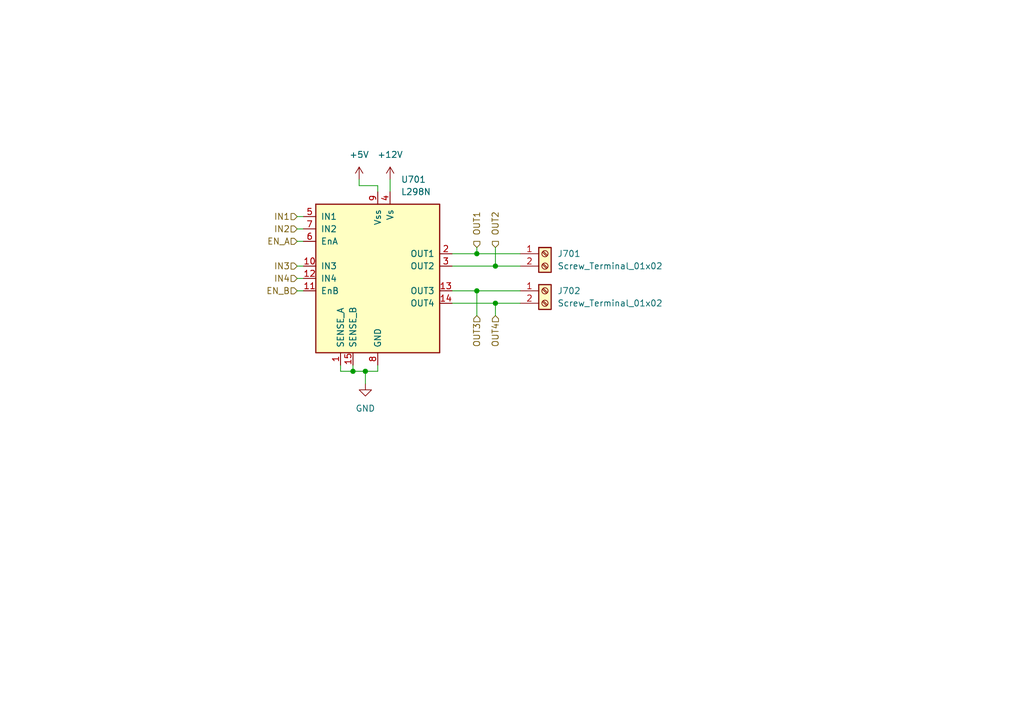
<source format=kicad_sch>
(kicad_sch (version 20230121) (generator eeschema)
  (paper "A5")
  (lib_symbols
    (symbol "Connector:Screw_Terminal_01x02" (pin_names (offset 1.016) hide)
      (property "Reference" "J" (at 0 2.54 0))
      (property "Value" "Screw_Terminal_01x02" (at 0 -5.08 0))
      (symbol "Screw_Terminal_01x02_1_1"
        (rectangle (start -1.27 1.27) (end 1.27 -3.81) (stroke (width 0.254)) (fill (type background)))
        (circle (center 0 -2.54) (radius 0.635) (stroke (width 0.1524)))
        (polyline (pts (xy -0.5334 -2.2098) (xy 0.3302 -3.048)) (stroke (width 0.1524)))
        (polyline (pts (xy -0.5334 0.3302) (xy 0.3302 -0.508)) (stroke (width 0.1524)))
        (polyline (pts (xy -0.3556 -2.032) (xy 0.508 -2.8702)) (stroke (width 0.1524)))
        (polyline (pts (xy -0.3556 0.508) (xy 0.508 -0.3302)) (stroke (width 0.1524)))
        (circle (center 0 0) (radius 0.635) (stroke (width 0.1524)))
        (pin passive line (at -5.08 0 0) (length 3.81) (name "Pin_1") (number "1"))
        (pin passive line (at -5.08 -2.54 0) (length 3.81) (name "Pin_2") (number "2"))
      )
    )
    (symbol "Driver_Motor:L298N" (pin_names (offset 1.016))
      (property "Reference" "U" (at -10.16 16.51 0))
      (property "Value" "L298N" (at 12.7 16.51 0))
      (symbol "L298N_0_1"
        (rectangle (start -12.7 15.24) (end 12.7 -15.24) (stroke (width 0.254)) (fill (type background)))
      )
      (symbol "L298N_1_1"
        (pin power_in line (at -7.62 -17.78 90) (length 2.54) (name "SENSE_A") (number "1"))
        (pin input line (at -15.24 2.54 0) (length 2.54) (name "IN3") (number "10"))
        (pin input line (at -15.24 -2.54 0) (length 2.54) (name "EnB") (number "11"))
        (pin input line (at -15.24 0 0) (length 2.54) (name "IN4") (number "12"))
        (pin output line (at 15.24 -2.54 180) (length 2.54) (name "OUT3") (number "13"))
        (pin output line (at 15.24 -5.08 180) (length 2.54) (name "OUT4") (number "14"))
        (pin power_in line (at -5.08 -17.78 90) (length 2.54) (name "SENSE_B") (number "15"))
        (pin output line (at 15.24 5.08 180) (length 2.54) (name "OUT1") (number "2"))
        (pin output line (at 15.24 2.54 180) (length 2.54) (name "OUT2") (number "3"))
        (pin power_in line (at 2.54 17.78 270) (length 2.54) (name "Vs") (number "4"))
        (pin input line (at -15.24 12.7 0) (length 2.54) (name "IN1") (number "5"))
        (pin input line (at -15.24 7.62 0) (length 2.54) (name "EnA") (number "6"))
        (pin input line (at -15.24 10.16 0) (length 2.54) (name "IN2") (number "7"))
        (pin power_in line (at 0 -17.78 90) (length 2.54) (name "GND") (number "8"))
        (pin power_in line (at 0 17.78 270) (length 2.54) (name "Vss") (number "9"))
      )
    )
    (symbol "power:+12V" (power) (pin_names (offset 0))
      (property "Value" "+12V" (at 0 3.556 0))
      (symbol "+12V_0_1"
        (polyline (pts (xy -0.762 1.27) (xy 0 2.54)))
        (polyline (pts (xy 0 0) (xy 0 2.54)))
        (polyline (pts (xy 0 2.54) (xy 0.762 1.27)))
      )
      (symbol "+12V_1_1"
        (pin power_in line (at 0 0 90) (length 0) hide (name "+12V") (number "1"))
      )
    )
    (symbol "power:+5V" (power) (pin_names (offset 0))
      (property "Value" "+5V" (at 0 3.556 0))
      (symbol "+5V_0_1"
        (polyline (pts (xy -0.762 1.27) (xy 0 2.54)))
        (polyline (pts (xy 0 0) (xy 0 2.54)))
        (polyline (pts (xy 0 2.54) (xy 0.762 1.27)))
      )
      (symbol "+5V_1_1"
        (pin power_in line (at 0 0 90) (length 0) hide (name "+5V") (number "1"))
      )
    )
    (symbol "power:GND" (power) (pin_names (offset 0))
      (property "Value" "GND" (at 0 -3.81 0))
      (symbol "GND_0_1"
        (polyline (pts (xy 0 0) (xy 0 -1.27) (xy 1.27 -1.27) (xy 0 -2.54) (xy -1.27 -1.27) (xy 0 -1.27)))
      )
      (symbol "GND_1_1"
        (pin power_in line (at 0 0 270) (length 0) hide (name "GND") (number "1"))
      )
    )
  )
  (junction (at 74.93 76.2))
  (junction (at 97.79 52.07))
  (junction (at 97.79 59.69))
  (junction (at 101.6 62.23))
  (junction (at 72.39 76.2))
  (junction (at 101.6 54.61))
  (wire (pts (xy 101.6 50.8) (xy 101.6 54.61)))
  (wire (pts (xy 97.79 52.07) (xy 106.68 52.07)))
  (wire (pts (xy 97.79 50.8) (xy 97.79 52.07)))
  (wire (pts (xy 92.71 52.07) (xy 97.79 52.07)))
  (wire (pts (xy 77.47 38.1) (xy 77.47 39.37)))
  (wire (pts (xy 101.6 62.23) (xy 101.6 64.77)))
  (wire (pts (xy 101.6 62.23) (xy 106.68 62.23)))
  (wire (pts (xy 60.96 44.45) (xy 62.23 44.45)))
  (wire (pts (xy 97.79 59.69) (xy 106.68 59.69)))
  (wire (pts (xy 97.79 59.69) (xy 97.79 64.77)))
  (wire (pts (xy 80.01 36.83) (xy 80.01 39.37)))
  (wire (pts (xy 74.93 76.2) (xy 74.93 78.74)))
  (wire (pts (xy 60.96 57.15) (xy 62.23 57.15)))
  (wire (pts (xy 77.47 74.93) (xy 77.47 76.2)))
  (wire (pts (xy 69.85 74.93) (xy 69.85 76.2)))
  (wire (pts (xy 101.6 54.61) (xy 106.68 54.61)))
  (wire (pts (xy 92.71 59.69) (xy 97.79 59.69)))
  (wire (pts (xy 60.96 49.53) (xy 62.23 49.53)))
  (wire (pts (xy 73.66 36.83) (xy 73.66 38.1)))
  (wire (pts (xy 60.96 54.61) (xy 62.23 54.61)))
  (wire (pts (xy 60.96 59.69) (xy 62.23 59.69)))
  (wire (pts (xy 92.71 62.23) (xy 101.6 62.23)))
  (wire (pts (xy 72.39 76.2) (xy 74.93 76.2)))
  (wire (pts (xy 92.71 54.61) (xy 101.6 54.61)))
  (wire (pts (xy 73.66 38.1) (xy 77.47 38.1)))
  (wire (pts (xy 69.85 76.2) (xy 72.39 76.2)))
  (wire (pts (xy 60.96 46.99) (xy 62.23 46.99)))
  (wire (pts (xy 74.93 76.2) (xy 77.47 76.2)))
  (wire (pts (xy 72.39 74.93) (xy 72.39 76.2)))
  (hierarchical_label " OUT4" (shape input) (at 101.6 64.77 270))
  (hierarchical_label "IN2" (shape input) (at 60.96 46.99 180))
  (hierarchical_label " OUT3" (shape input) (at 97.79 64.77 270))
  (hierarchical_label " OUT1" (shape input) (at 97.79 50.8 90))
  (hierarchical_label "IN3" (shape input) (at 60.96 54.61 180))
  (hierarchical_label "IN1" (shape input) (at 60.96 44.45 180))
  (hierarchical_label " OUT2" (shape input) (at 101.6 50.8 90))
  (hierarchical_label "IN4" (shape input) (at 60.96 57.15 180))
  (hierarchical_label "EN_B" (shape input) (at 60.96 59.69 180))
  (hierarchical_label "EN_A" (shape input) (at 60.96 49.53 180))
  (symbol (lib_id "Driver_Motor:L298N") (at 77.47 57.15 0) (unit 1)
    (property "Reference" "U701" (at 82.2041 36.83 0) (effects (justify left)))
    (property "Value" "L298N" (at 82.2041 39.37 0) (effects (justify left)))
    (property "Footprint" "Package_TO_SOT_THT:TO-220-15_P2.54x2.54mm_StaggerOdd_Lead4.58mm_Vertical" (effects hide))
    (property "Datasheet" "http://www.st.com/st-web-ui/static/active/en/resource/technical/document/datasheet/CD00000240.pdf" (effects hide))
    (instances (project "claw_machine" (path "" (reference "U701") (unit 1))) (project "ClawMachine" (path "" (reference "U1") (unit 1)) (path "" (reference "U1") (unit 1)) (path "" (reference "U2") (unit 1))))
  )
  (symbol (lib_id "power:GND") (at 74.93 78.74 0) (unit 1)
    (property "Reference" "#PWR0702" (effects hide))
    (property "Value" "GND" (at 74.93 83.82 0))
    (instances (project "claw_machine" (path "" (reference "#PWR0702") (unit 1))) (project "ClawMachine" (path "" (reference "#PWR04") (unit 1)) (path "" (reference "#PWR043") (unit 1))))
  )
  (symbol (lib_id "Connector:Screw_Terminal_01x02") (at 111.76 52.07 0) (unit 1)
    (property "Reference" "J701" (at 114.3 52.07 0) (effects (justify left)))
    (property "Value" "Screw_Terminal_01x02" (at 114.3 54.61 0) (effects (justify left)))
    (property "Footprint" "TerminalBlock:TerminalBlock_bornier-2_P5.08mm" (effects hide))
    (instances (project "claw_machine" (path "" (reference "J701") (unit 1))) (project "ClawMachine" (path "" (reference "J3") (unit 1)) (path "" (reference "J3") (unit 1)) (path "" (reference "J5") (unit 1))))
  )
  (symbol (lib_id "power:+12V") (at 80.01 36.83 0) (unit 1)
    (property "Reference" "#PWR0703" (effects hide))
    (property "Value" "+12V" (at 80.01 31.75 0))
    (instances (project "claw_machine" (path "" (reference "#PWR0703") (unit 1))) (project "ClawMachine" (path "" (reference "#PWR06") (unit 1)) (path "" (reference "#PWR045") (unit 1))))
  )
  (symbol (lib_id "power:+5V") (at 73.66 36.83 0) (unit 1)
    (property "Reference" "#PWR0701" (effects hide))
    (property "Value" "+5V" (at 73.66 31.75 0))
    (instances (project "claw_machine" (path "" (reference "#PWR0701") (unit 1))) (project "ClawMachine" (path "" (reference "#PWR05") (unit 1)) (path "" (reference "#PWR044") (unit 1))))
  )
  (symbol (lib_id "Connector:Screw_Terminal_01x02") (at 111.76 59.69 0) (unit 1)
    (property "Reference" "J702" (at 114.3 59.69 0) (effects (justify left)))
    (property "Value" "Screw_Terminal_01x02" (at 114.3 62.23 0) (effects (justify left)))
    (property "Footprint" "TerminalBlock:TerminalBlock_bornier-2_P5.08mm" (effects hide))
    (instances (project "claw_machine" (path "" (reference "J702") (unit 1))) (project "ClawMachine" (path "" (reference "J4") (unit 1)) (path "" (reference "J4") (unit 1)) (path "" (reference "J7") (unit 1))))
  )
)
</source>
